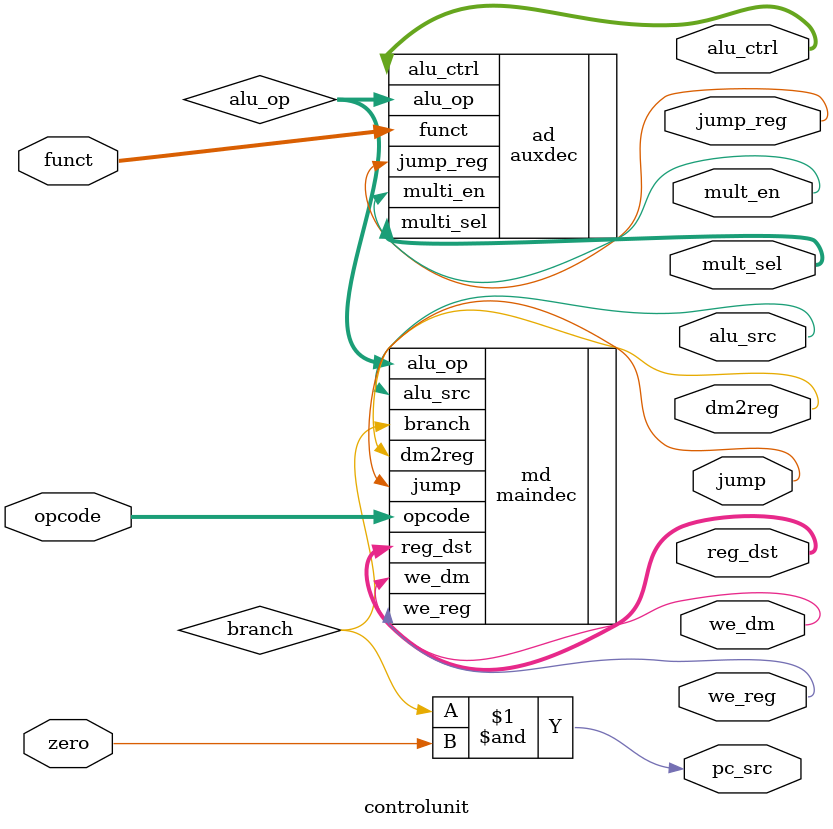
<source format=v>
module controlunit(
		input zero,
		input [5:0] opcode,
		input [5:0] funct, 
		output pc_src,
		output jump,
		output we_reg, 
		output alu_src, 
		output we_dm, 
		output dm2reg, 
		output mult_en,
		output jump_reg,
		output [1:0] reg_dst,
		output [1:0] mult_sel,
		output [2:0] alu_ctrl
	);
    wire [1:0] alu_op;
    wire branch;
    
    maindec md (
    	.opcode		(opcode),
    	.branch		(branch),
    	.jump		(jump),
    	.reg_dst	(reg_dst),
    	.we_reg		(we_reg),
    	.alu_src	(alu_src),
    	.we_dm		(we_dm),
    	.dm2reg		(dm2reg),
    	.alu_op		(alu_op)
	);
    
    auxdec ad (
    	.alu_op		(alu_op),
    	.funct		(funct),
    	.alu_ctrl	(alu_ctrl),
    	.multi_sel	(mult_sel),
    	.multi_en	(mult_en),
    	.jump_reg	(jump_reg)
	);
    
    assign pc_src = branch & zero;
    
endmodule
</source>
